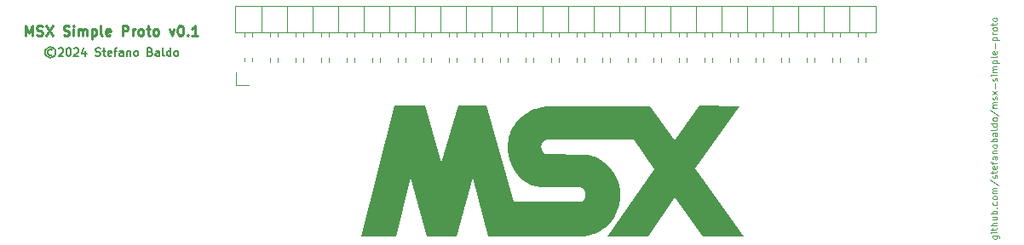
<source format=gbr>
%TF.GenerationSoftware,KiCad,Pcbnew,8.0.2-1*%
%TF.CreationDate,2024-07-05T22:17:39-03:00*%
%TF.ProjectId,msx-simple-proto,6d73782d-7369-46d7-906c-652d70726f74,0.1*%
%TF.SameCoordinates,Original*%
%TF.FileFunction,Legend,Top*%
%TF.FilePolarity,Positive*%
%FSLAX46Y46*%
G04 Gerber Fmt 4.6, Leading zero omitted, Abs format (unit mm)*
G04 Created by KiCad (PCBNEW 8.0.2-1) date 2024-07-05 22:17:39*
%MOMM*%
%LPD*%
G01*
G04 APERTURE LIST*
%ADD10C,0.000000*%
%ADD11C,0.100000*%
%ADD12C,0.200000*%
%ADD13C,0.250000*%
%ADD14C,0.120000*%
G04 APERTURE END LIST*
D10*
G36*
X146682513Y-115503292D02*
G01*
X148328892Y-109845731D01*
X151202574Y-109845731D01*
X153896650Y-119394736D01*
X160469769Y-119382336D01*
X160532554Y-119377632D01*
X160591511Y-119365129D01*
X160646608Y-119345347D01*
X160697813Y-119318808D01*
X160745091Y-119286033D01*
X160788412Y-119247544D01*
X160827742Y-119203862D01*
X160863049Y-119155509D01*
X160894301Y-119103005D01*
X160921463Y-119046873D01*
X160944505Y-118987633D01*
X160963393Y-118925807D01*
X160978095Y-118861917D01*
X160988577Y-118796483D01*
X160994809Y-118730027D01*
X160996756Y-118663071D01*
X160994387Y-118596135D01*
X160987668Y-118529742D01*
X160976567Y-118464412D01*
X160961052Y-118400667D01*
X160941090Y-118339028D01*
X160916648Y-118280017D01*
X160887694Y-118224155D01*
X160854195Y-118171964D01*
X160816118Y-118123964D01*
X160773431Y-118080677D01*
X160726102Y-118042624D01*
X160674097Y-118010328D01*
X160617384Y-117984308D01*
X160555930Y-117965087D01*
X160489704Y-117953186D01*
X160418671Y-117949127D01*
X156590727Y-117898026D01*
X156436417Y-117894297D01*
X156281931Y-117880276D01*
X156127619Y-117856182D01*
X155973830Y-117822236D01*
X155820913Y-117778659D01*
X155669217Y-117725671D01*
X155519092Y-117663493D01*
X155370887Y-117592345D01*
X155224951Y-117512448D01*
X155081633Y-117424022D01*
X154941283Y-117327287D01*
X154804250Y-117222465D01*
X154670883Y-117109775D01*
X154541531Y-116989439D01*
X154416544Y-116861675D01*
X154296271Y-116726706D01*
X154181061Y-116584752D01*
X154071263Y-116436032D01*
X153967227Y-116280768D01*
X153869301Y-116119180D01*
X153777836Y-115951489D01*
X153693180Y-115777914D01*
X153615682Y-115598677D01*
X153545693Y-115413998D01*
X153483560Y-115224097D01*
X153429634Y-115029196D01*
X153384264Y-114829513D01*
X153347798Y-114625271D01*
X153320586Y-114416689D01*
X153302977Y-114203987D01*
X153295321Y-113987387D01*
X153297967Y-113767109D01*
X153305069Y-113564831D01*
X153322921Y-113365486D01*
X153351277Y-113169305D01*
X153389889Y-112976515D01*
X153438511Y-112787345D01*
X153496897Y-112602025D01*
X153564798Y-112420782D01*
X153641970Y-112243847D01*
X153728164Y-112071448D01*
X153823134Y-111903813D01*
X153926633Y-111741171D01*
X154038415Y-111583752D01*
X154158232Y-111431784D01*
X154285838Y-111285495D01*
X154420986Y-111145116D01*
X154563429Y-111010874D01*
X154712921Y-110882998D01*
X154869214Y-110761717D01*
X155032062Y-110647261D01*
X155201218Y-110539858D01*
X155376436Y-110439736D01*
X155557468Y-110347124D01*
X155744067Y-110262252D01*
X155935988Y-110185349D01*
X156132982Y-110116642D01*
X156334804Y-110056361D01*
X156541207Y-110004735D01*
X156751943Y-109961992D01*
X156966766Y-109928362D01*
X157185429Y-109904072D01*
X157407685Y-109889353D01*
X157633288Y-109884433D01*
X167396967Y-109875665D01*
X169881505Y-113258228D01*
X172306171Y-109845731D01*
X176347286Y-109875665D01*
X171917029Y-116101975D01*
X176706498Y-122853197D01*
X172686550Y-122840797D01*
X169899042Y-118966889D01*
X167247297Y-122840797D01*
X163146313Y-122837165D01*
X167816047Y-116161844D01*
X165780523Y-113198359D01*
X157293119Y-113210758D01*
X157209091Y-113215709D01*
X157130672Y-113228611D01*
X157057845Y-113248928D01*
X156990593Y-113276121D01*
X156928897Y-113309655D01*
X156872741Y-113348992D01*
X156822108Y-113393595D01*
X156776980Y-113442927D01*
X156737339Y-113496450D01*
X156703169Y-113553628D01*
X156674452Y-113613924D01*
X156651171Y-113676800D01*
X156633309Y-113741720D01*
X156620847Y-113808146D01*
X156613769Y-113875541D01*
X156612058Y-113943368D01*
X156615696Y-114011091D01*
X156624666Y-114078171D01*
X156638951Y-114144072D01*
X156658532Y-114208257D01*
X156683393Y-114270188D01*
X156713517Y-114329329D01*
X156748887Y-114385143D01*
X156789484Y-114437091D01*
X156835291Y-114484639D01*
X156886292Y-114527247D01*
X156942469Y-114564379D01*
X157003804Y-114595499D01*
X157070280Y-114620068D01*
X157141881Y-114637550D01*
X157218588Y-114647408D01*
X157300384Y-114649104D01*
X160876453Y-114703837D01*
X161019867Y-114709306D01*
X161166385Y-114723796D01*
X161315494Y-114747183D01*
X161466682Y-114779341D01*
X161619437Y-114820148D01*
X161773245Y-114869477D01*
X161927595Y-114927206D01*
X162081974Y-114993208D01*
X162235870Y-115067361D01*
X162388769Y-115149540D01*
X162540161Y-115239619D01*
X162689531Y-115337476D01*
X162836369Y-115442985D01*
X162980161Y-115556022D01*
X163120395Y-115676463D01*
X163256558Y-115804183D01*
X163388138Y-115939058D01*
X163514623Y-116080964D01*
X163635500Y-116229775D01*
X163750257Y-116385368D01*
X163858381Y-116547619D01*
X163959359Y-116716403D01*
X164052680Y-116891595D01*
X164137831Y-117073071D01*
X164214300Y-117260707D01*
X164281573Y-117454379D01*
X164339139Y-117653961D01*
X164386485Y-117859330D01*
X164423098Y-118070361D01*
X164448467Y-118286930D01*
X164462079Y-118508912D01*
X164463421Y-118736183D01*
X164458117Y-118998898D01*
X164438353Y-119252573D01*
X164404845Y-119497241D01*
X164358313Y-119732933D01*
X164299474Y-119959682D01*
X164229046Y-120177520D01*
X164147748Y-120386480D01*
X164056298Y-120586595D01*
X163955413Y-120777895D01*
X163845812Y-120960414D01*
X163728214Y-121134185D01*
X163603336Y-121299238D01*
X163471896Y-121455608D01*
X163334612Y-121603325D01*
X163192203Y-121742423D01*
X163045387Y-121872934D01*
X162894882Y-121994890D01*
X162741406Y-122108323D01*
X162428413Y-122309751D01*
X162112155Y-122477477D01*
X161798375Y-122611760D01*
X161492819Y-122712858D01*
X161201232Y-122781030D01*
X160929359Y-122816534D01*
X160682945Y-122819631D01*
X151322312Y-122832030D01*
X149765734Y-117000000D01*
X148209156Y-122819631D01*
X145254439Y-122819631D01*
X143629226Y-117029935D01*
X142201152Y-122828399D01*
X138749954Y-122807232D01*
X142042714Y-109845731D01*
X145096001Y-109845731D01*
X146682513Y-115503292D01*
G37*
D11*
X201481919Y-122750877D02*
X202008109Y-122750877D01*
X202008109Y-122750877D02*
X202070014Y-122781830D01*
X202070014Y-122781830D02*
X202100966Y-122812782D01*
X202100966Y-122812782D02*
X202131919Y-122874687D01*
X202131919Y-122874687D02*
X202131919Y-122967544D01*
X202131919Y-122967544D02*
X202100966Y-123029449D01*
X201884300Y-122750877D02*
X201915252Y-122812782D01*
X201915252Y-122812782D02*
X201915252Y-122936591D01*
X201915252Y-122936591D02*
X201884300Y-122998496D01*
X201884300Y-122998496D02*
X201853347Y-123029449D01*
X201853347Y-123029449D02*
X201791442Y-123060401D01*
X201791442Y-123060401D02*
X201605728Y-123060401D01*
X201605728Y-123060401D02*
X201543823Y-123029449D01*
X201543823Y-123029449D02*
X201512871Y-122998496D01*
X201512871Y-122998496D02*
X201481919Y-122936591D01*
X201481919Y-122936591D02*
X201481919Y-122812782D01*
X201481919Y-122812782D02*
X201512871Y-122750877D01*
X201915252Y-122441354D02*
X201481919Y-122441354D01*
X201265252Y-122441354D02*
X201296204Y-122472306D01*
X201296204Y-122472306D02*
X201327157Y-122441354D01*
X201327157Y-122441354D02*
X201296204Y-122410401D01*
X201296204Y-122410401D02*
X201265252Y-122441354D01*
X201265252Y-122441354D02*
X201327157Y-122441354D01*
X201481919Y-122224687D02*
X201481919Y-121977068D01*
X201265252Y-122131830D02*
X201822395Y-122131830D01*
X201822395Y-122131830D02*
X201884300Y-122100877D01*
X201884300Y-122100877D02*
X201915252Y-122038972D01*
X201915252Y-122038972D02*
X201915252Y-121977068D01*
X201915252Y-121760401D02*
X201265252Y-121760401D01*
X201915252Y-121481829D02*
X201574776Y-121481829D01*
X201574776Y-121481829D02*
X201512871Y-121512782D01*
X201512871Y-121512782D02*
X201481919Y-121574686D01*
X201481919Y-121574686D02*
X201481919Y-121667543D01*
X201481919Y-121667543D02*
X201512871Y-121729448D01*
X201512871Y-121729448D02*
X201543823Y-121760401D01*
X201481919Y-120893734D02*
X201915252Y-120893734D01*
X201481919Y-121172306D02*
X201822395Y-121172306D01*
X201822395Y-121172306D02*
X201884300Y-121141353D01*
X201884300Y-121141353D02*
X201915252Y-121079448D01*
X201915252Y-121079448D02*
X201915252Y-120986591D01*
X201915252Y-120986591D02*
X201884300Y-120924687D01*
X201884300Y-120924687D02*
X201853347Y-120893734D01*
X201915252Y-120584211D02*
X201265252Y-120584211D01*
X201512871Y-120584211D02*
X201481919Y-120522306D01*
X201481919Y-120522306D02*
X201481919Y-120398496D01*
X201481919Y-120398496D02*
X201512871Y-120336592D01*
X201512871Y-120336592D02*
X201543823Y-120305639D01*
X201543823Y-120305639D02*
X201605728Y-120274687D01*
X201605728Y-120274687D02*
X201791442Y-120274687D01*
X201791442Y-120274687D02*
X201853347Y-120305639D01*
X201853347Y-120305639D02*
X201884300Y-120336592D01*
X201884300Y-120336592D02*
X201915252Y-120398496D01*
X201915252Y-120398496D02*
X201915252Y-120522306D01*
X201915252Y-120522306D02*
X201884300Y-120584211D01*
X201853347Y-119996116D02*
X201884300Y-119965163D01*
X201884300Y-119965163D02*
X201915252Y-119996116D01*
X201915252Y-119996116D02*
X201884300Y-120027068D01*
X201884300Y-120027068D02*
X201853347Y-119996116D01*
X201853347Y-119996116D02*
X201915252Y-119996116D01*
X201884300Y-119408020D02*
X201915252Y-119469925D01*
X201915252Y-119469925D02*
X201915252Y-119593734D01*
X201915252Y-119593734D02*
X201884300Y-119655639D01*
X201884300Y-119655639D02*
X201853347Y-119686592D01*
X201853347Y-119686592D02*
X201791442Y-119717544D01*
X201791442Y-119717544D02*
X201605728Y-119717544D01*
X201605728Y-119717544D02*
X201543823Y-119686592D01*
X201543823Y-119686592D02*
X201512871Y-119655639D01*
X201512871Y-119655639D02*
X201481919Y-119593734D01*
X201481919Y-119593734D02*
X201481919Y-119469925D01*
X201481919Y-119469925D02*
X201512871Y-119408020D01*
X201915252Y-119036591D02*
X201884300Y-119098496D01*
X201884300Y-119098496D02*
X201853347Y-119129449D01*
X201853347Y-119129449D02*
X201791442Y-119160401D01*
X201791442Y-119160401D02*
X201605728Y-119160401D01*
X201605728Y-119160401D02*
X201543823Y-119129449D01*
X201543823Y-119129449D02*
X201512871Y-119098496D01*
X201512871Y-119098496D02*
X201481919Y-119036591D01*
X201481919Y-119036591D02*
X201481919Y-118943734D01*
X201481919Y-118943734D02*
X201512871Y-118881830D01*
X201512871Y-118881830D02*
X201543823Y-118850877D01*
X201543823Y-118850877D02*
X201605728Y-118819925D01*
X201605728Y-118819925D02*
X201791442Y-118819925D01*
X201791442Y-118819925D02*
X201853347Y-118850877D01*
X201853347Y-118850877D02*
X201884300Y-118881830D01*
X201884300Y-118881830D02*
X201915252Y-118943734D01*
X201915252Y-118943734D02*
X201915252Y-119036591D01*
X201915252Y-118541354D02*
X201481919Y-118541354D01*
X201543823Y-118541354D02*
X201512871Y-118510401D01*
X201512871Y-118510401D02*
X201481919Y-118448496D01*
X201481919Y-118448496D02*
X201481919Y-118355639D01*
X201481919Y-118355639D02*
X201512871Y-118293735D01*
X201512871Y-118293735D02*
X201574776Y-118262782D01*
X201574776Y-118262782D02*
X201915252Y-118262782D01*
X201574776Y-118262782D02*
X201512871Y-118231830D01*
X201512871Y-118231830D02*
X201481919Y-118169925D01*
X201481919Y-118169925D02*
X201481919Y-118077068D01*
X201481919Y-118077068D02*
X201512871Y-118015163D01*
X201512871Y-118015163D02*
X201574776Y-117984211D01*
X201574776Y-117984211D02*
X201915252Y-117984211D01*
X201234300Y-117210401D02*
X202070014Y-117767544D01*
X201884300Y-117024687D02*
X201915252Y-116962782D01*
X201915252Y-116962782D02*
X201915252Y-116838973D01*
X201915252Y-116838973D02*
X201884300Y-116777068D01*
X201884300Y-116777068D02*
X201822395Y-116746116D01*
X201822395Y-116746116D02*
X201791442Y-116746116D01*
X201791442Y-116746116D02*
X201729538Y-116777068D01*
X201729538Y-116777068D02*
X201698585Y-116838973D01*
X201698585Y-116838973D02*
X201698585Y-116931830D01*
X201698585Y-116931830D02*
X201667633Y-116993735D01*
X201667633Y-116993735D02*
X201605728Y-117024687D01*
X201605728Y-117024687D02*
X201574776Y-117024687D01*
X201574776Y-117024687D02*
X201512871Y-116993735D01*
X201512871Y-116993735D02*
X201481919Y-116931830D01*
X201481919Y-116931830D02*
X201481919Y-116838973D01*
X201481919Y-116838973D02*
X201512871Y-116777068D01*
X201481919Y-116560402D02*
X201481919Y-116312783D01*
X201265252Y-116467545D02*
X201822395Y-116467545D01*
X201822395Y-116467545D02*
X201884300Y-116436592D01*
X201884300Y-116436592D02*
X201915252Y-116374687D01*
X201915252Y-116374687D02*
X201915252Y-116312783D01*
X201884300Y-115848497D02*
X201915252Y-115910401D01*
X201915252Y-115910401D02*
X201915252Y-116034211D01*
X201915252Y-116034211D02*
X201884300Y-116096116D01*
X201884300Y-116096116D02*
X201822395Y-116127068D01*
X201822395Y-116127068D02*
X201574776Y-116127068D01*
X201574776Y-116127068D02*
X201512871Y-116096116D01*
X201512871Y-116096116D02*
X201481919Y-116034211D01*
X201481919Y-116034211D02*
X201481919Y-115910401D01*
X201481919Y-115910401D02*
X201512871Y-115848497D01*
X201512871Y-115848497D02*
X201574776Y-115817544D01*
X201574776Y-115817544D02*
X201636680Y-115817544D01*
X201636680Y-115817544D02*
X201698585Y-116127068D01*
X201481919Y-115631830D02*
X201481919Y-115384211D01*
X201915252Y-115538973D02*
X201358109Y-115538973D01*
X201358109Y-115538973D02*
X201296204Y-115508020D01*
X201296204Y-115508020D02*
X201265252Y-115446115D01*
X201265252Y-115446115D02*
X201265252Y-115384211D01*
X201915252Y-114888972D02*
X201574776Y-114888972D01*
X201574776Y-114888972D02*
X201512871Y-114919925D01*
X201512871Y-114919925D02*
X201481919Y-114981829D01*
X201481919Y-114981829D02*
X201481919Y-115105639D01*
X201481919Y-115105639D02*
X201512871Y-115167544D01*
X201884300Y-114888972D02*
X201915252Y-114950877D01*
X201915252Y-114950877D02*
X201915252Y-115105639D01*
X201915252Y-115105639D02*
X201884300Y-115167544D01*
X201884300Y-115167544D02*
X201822395Y-115198496D01*
X201822395Y-115198496D02*
X201760490Y-115198496D01*
X201760490Y-115198496D02*
X201698585Y-115167544D01*
X201698585Y-115167544D02*
X201667633Y-115105639D01*
X201667633Y-115105639D02*
X201667633Y-114950877D01*
X201667633Y-114950877D02*
X201636680Y-114888972D01*
X201481919Y-114579449D02*
X201915252Y-114579449D01*
X201543823Y-114579449D02*
X201512871Y-114548496D01*
X201512871Y-114548496D02*
X201481919Y-114486591D01*
X201481919Y-114486591D02*
X201481919Y-114393734D01*
X201481919Y-114393734D02*
X201512871Y-114331830D01*
X201512871Y-114331830D02*
X201574776Y-114300877D01*
X201574776Y-114300877D02*
X201915252Y-114300877D01*
X201915252Y-113898496D02*
X201884300Y-113960401D01*
X201884300Y-113960401D02*
X201853347Y-113991354D01*
X201853347Y-113991354D02*
X201791442Y-114022306D01*
X201791442Y-114022306D02*
X201605728Y-114022306D01*
X201605728Y-114022306D02*
X201543823Y-113991354D01*
X201543823Y-113991354D02*
X201512871Y-113960401D01*
X201512871Y-113960401D02*
X201481919Y-113898496D01*
X201481919Y-113898496D02*
X201481919Y-113805639D01*
X201481919Y-113805639D02*
X201512871Y-113743735D01*
X201512871Y-113743735D02*
X201543823Y-113712782D01*
X201543823Y-113712782D02*
X201605728Y-113681830D01*
X201605728Y-113681830D02*
X201791442Y-113681830D01*
X201791442Y-113681830D02*
X201853347Y-113712782D01*
X201853347Y-113712782D02*
X201884300Y-113743735D01*
X201884300Y-113743735D02*
X201915252Y-113805639D01*
X201915252Y-113805639D02*
X201915252Y-113898496D01*
X201915252Y-113403259D02*
X201265252Y-113403259D01*
X201512871Y-113403259D02*
X201481919Y-113341354D01*
X201481919Y-113341354D02*
X201481919Y-113217544D01*
X201481919Y-113217544D02*
X201512871Y-113155640D01*
X201512871Y-113155640D02*
X201543823Y-113124687D01*
X201543823Y-113124687D02*
X201605728Y-113093735D01*
X201605728Y-113093735D02*
X201791442Y-113093735D01*
X201791442Y-113093735D02*
X201853347Y-113124687D01*
X201853347Y-113124687D02*
X201884300Y-113155640D01*
X201884300Y-113155640D02*
X201915252Y-113217544D01*
X201915252Y-113217544D02*
X201915252Y-113341354D01*
X201915252Y-113341354D02*
X201884300Y-113403259D01*
X201915252Y-112536592D02*
X201574776Y-112536592D01*
X201574776Y-112536592D02*
X201512871Y-112567545D01*
X201512871Y-112567545D02*
X201481919Y-112629449D01*
X201481919Y-112629449D02*
X201481919Y-112753259D01*
X201481919Y-112753259D02*
X201512871Y-112815164D01*
X201884300Y-112536592D02*
X201915252Y-112598497D01*
X201915252Y-112598497D02*
X201915252Y-112753259D01*
X201915252Y-112753259D02*
X201884300Y-112815164D01*
X201884300Y-112815164D02*
X201822395Y-112846116D01*
X201822395Y-112846116D02*
X201760490Y-112846116D01*
X201760490Y-112846116D02*
X201698585Y-112815164D01*
X201698585Y-112815164D02*
X201667633Y-112753259D01*
X201667633Y-112753259D02*
X201667633Y-112598497D01*
X201667633Y-112598497D02*
X201636680Y-112536592D01*
X201915252Y-112134211D02*
X201884300Y-112196116D01*
X201884300Y-112196116D02*
X201822395Y-112227069D01*
X201822395Y-112227069D02*
X201265252Y-112227069D01*
X201915252Y-111608021D02*
X201265252Y-111608021D01*
X201884300Y-111608021D02*
X201915252Y-111669926D01*
X201915252Y-111669926D02*
X201915252Y-111793735D01*
X201915252Y-111793735D02*
X201884300Y-111855640D01*
X201884300Y-111855640D02*
X201853347Y-111886593D01*
X201853347Y-111886593D02*
X201791442Y-111917545D01*
X201791442Y-111917545D02*
X201605728Y-111917545D01*
X201605728Y-111917545D02*
X201543823Y-111886593D01*
X201543823Y-111886593D02*
X201512871Y-111855640D01*
X201512871Y-111855640D02*
X201481919Y-111793735D01*
X201481919Y-111793735D02*
X201481919Y-111669926D01*
X201481919Y-111669926D02*
X201512871Y-111608021D01*
X201915252Y-111205640D02*
X201884300Y-111267545D01*
X201884300Y-111267545D02*
X201853347Y-111298498D01*
X201853347Y-111298498D02*
X201791442Y-111329450D01*
X201791442Y-111329450D02*
X201605728Y-111329450D01*
X201605728Y-111329450D02*
X201543823Y-111298498D01*
X201543823Y-111298498D02*
X201512871Y-111267545D01*
X201512871Y-111267545D02*
X201481919Y-111205640D01*
X201481919Y-111205640D02*
X201481919Y-111112783D01*
X201481919Y-111112783D02*
X201512871Y-111050879D01*
X201512871Y-111050879D02*
X201543823Y-111019926D01*
X201543823Y-111019926D02*
X201605728Y-110988974D01*
X201605728Y-110988974D02*
X201791442Y-110988974D01*
X201791442Y-110988974D02*
X201853347Y-111019926D01*
X201853347Y-111019926D02*
X201884300Y-111050879D01*
X201884300Y-111050879D02*
X201915252Y-111112783D01*
X201915252Y-111112783D02*
X201915252Y-111205640D01*
X201234300Y-110246117D02*
X202070014Y-110803260D01*
X201915252Y-110029451D02*
X201481919Y-110029451D01*
X201543823Y-110029451D02*
X201512871Y-109998498D01*
X201512871Y-109998498D02*
X201481919Y-109936593D01*
X201481919Y-109936593D02*
X201481919Y-109843736D01*
X201481919Y-109843736D02*
X201512871Y-109781832D01*
X201512871Y-109781832D02*
X201574776Y-109750879D01*
X201574776Y-109750879D02*
X201915252Y-109750879D01*
X201574776Y-109750879D02*
X201512871Y-109719927D01*
X201512871Y-109719927D02*
X201481919Y-109658022D01*
X201481919Y-109658022D02*
X201481919Y-109565165D01*
X201481919Y-109565165D02*
X201512871Y-109503260D01*
X201512871Y-109503260D02*
X201574776Y-109472308D01*
X201574776Y-109472308D02*
X201915252Y-109472308D01*
X201884300Y-109193736D02*
X201915252Y-109131831D01*
X201915252Y-109131831D02*
X201915252Y-109008022D01*
X201915252Y-109008022D02*
X201884300Y-108946117D01*
X201884300Y-108946117D02*
X201822395Y-108915165D01*
X201822395Y-108915165D02*
X201791442Y-108915165D01*
X201791442Y-108915165D02*
X201729538Y-108946117D01*
X201729538Y-108946117D02*
X201698585Y-109008022D01*
X201698585Y-109008022D02*
X201698585Y-109100879D01*
X201698585Y-109100879D02*
X201667633Y-109162784D01*
X201667633Y-109162784D02*
X201605728Y-109193736D01*
X201605728Y-109193736D02*
X201574776Y-109193736D01*
X201574776Y-109193736D02*
X201512871Y-109162784D01*
X201512871Y-109162784D02*
X201481919Y-109100879D01*
X201481919Y-109100879D02*
X201481919Y-109008022D01*
X201481919Y-109008022D02*
X201512871Y-108946117D01*
X201915252Y-108698498D02*
X201481919Y-108358022D01*
X201481919Y-108698498D02*
X201915252Y-108358022D01*
X201667633Y-108110404D02*
X201667633Y-107615166D01*
X201884300Y-107336594D02*
X201915252Y-107274689D01*
X201915252Y-107274689D02*
X201915252Y-107150880D01*
X201915252Y-107150880D02*
X201884300Y-107088975D01*
X201884300Y-107088975D02*
X201822395Y-107058023D01*
X201822395Y-107058023D02*
X201791442Y-107058023D01*
X201791442Y-107058023D02*
X201729538Y-107088975D01*
X201729538Y-107088975D02*
X201698585Y-107150880D01*
X201698585Y-107150880D02*
X201698585Y-107243737D01*
X201698585Y-107243737D02*
X201667633Y-107305642D01*
X201667633Y-107305642D02*
X201605728Y-107336594D01*
X201605728Y-107336594D02*
X201574776Y-107336594D01*
X201574776Y-107336594D02*
X201512871Y-107305642D01*
X201512871Y-107305642D02*
X201481919Y-107243737D01*
X201481919Y-107243737D02*
X201481919Y-107150880D01*
X201481919Y-107150880D02*
X201512871Y-107088975D01*
X201915252Y-106779452D02*
X201481919Y-106779452D01*
X201265252Y-106779452D02*
X201296204Y-106810404D01*
X201296204Y-106810404D02*
X201327157Y-106779452D01*
X201327157Y-106779452D02*
X201296204Y-106748499D01*
X201296204Y-106748499D02*
X201265252Y-106779452D01*
X201265252Y-106779452D02*
X201327157Y-106779452D01*
X201915252Y-106469928D02*
X201481919Y-106469928D01*
X201543823Y-106469928D02*
X201512871Y-106438975D01*
X201512871Y-106438975D02*
X201481919Y-106377070D01*
X201481919Y-106377070D02*
X201481919Y-106284213D01*
X201481919Y-106284213D02*
X201512871Y-106222309D01*
X201512871Y-106222309D02*
X201574776Y-106191356D01*
X201574776Y-106191356D02*
X201915252Y-106191356D01*
X201574776Y-106191356D02*
X201512871Y-106160404D01*
X201512871Y-106160404D02*
X201481919Y-106098499D01*
X201481919Y-106098499D02*
X201481919Y-106005642D01*
X201481919Y-106005642D02*
X201512871Y-105943737D01*
X201512871Y-105943737D02*
X201574776Y-105912785D01*
X201574776Y-105912785D02*
X201915252Y-105912785D01*
X201481919Y-105603261D02*
X202131919Y-105603261D01*
X201512871Y-105603261D02*
X201481919Y-105541356D01*
X201481919Y-105541356D02*
X201481919Y-105417546D01*
X201481919Y-105417546D02*
X201512871Y-105355642D01*
X201512871Y-105355642D02*
X201543823Y-105324689D01*
X201543823Y-105324689D02*
X201605728Y-105293737D01*
X201605728Y-105293737D02*
X201791442Y-105293737D01*
X201791442Y-105293737D02*
X201853347Y-105324689D01*
X201853347Y-105324689D02*
X201884300Y-105355642D01*
X201884300Y-105355642D02*
X201915252Y-105417546D01*
X201915252Y-105417546D02*
X201915252Y-105541356D01*
X201915252Y-105541356D02*
X201884300Y-105603261D01*
X201915252Y-104922308D02*
X201884300Y-104984213D01*
X201884300Y-104984213D02*
X201822395Y-105015166D01*
X201822395Y-105015166D02*
X201265252Y-105015166D01*
X201884300Y-104427071D02*
X201915252Y-104488975D01*
X201915252Y-104488975D02*
X201915252Y-104612785D01*
X201915252Y-104612785D02*
X201884300Y-104674690D01*
X201884300Y-104674690D02*
X201822395Y-104705642D01*
X201822395Y-104705642D02*
X201574776Y-104705642D01*
X201574776Y-104705642D02*
X201512871Y-104674690D01*
X201512871Y-104674690D02*
X201481919Y-104612785D01*
X201481919Y-104612785D02*
X201481919Y-104488975D01*
X201481919Y-104488975D02*
X201512871Y-104427071D01*
X201512871Y-104427071D02*
X201574776Y-104396118D01*
X201574776Y-104396118D02*
X201636680Y-104396118D01*
X201636680Y-104396118D02*
X201698585Y-104705642D01*
X201667633Y-104117547D02*
X201667633Y-103622309D01*
X201481919Y-103312785D02*
X202131919Y-103312785D01*
X201512871Y-103312785D02*
X201481919Y-103250880D01*
X201481919Y-103250880D02*
X201481919Y-103127070D01*
X201481919Y-103127070D02*
X201512871Y-103065166D01*
X201512871Y-103065166D02*
X201543823Y-103034213D01*
X201543823Y-103034213D02*
X201605728Y-103003261D01*
X201605728Y-103003261D02*
X201791442Y-103003261D01*
X201791442Y-103003261D02*
X201853347Y-103034213D01*
X201853347Y-103034213D02*
X201884300Y-103065166D01*
X201884300Y-103065166D02*
X201915252Y-103127070D01*
X201915252Y-103127070D02*
X201915252Y-103250880D01*
X201915252Y-103250880D02*
X201884300Y-103312785D01*
X201915252Y-102724690D02*
X201481919Y-102724690D01*
X201605728Y-102724690D02*
X201543823Y-102693737D01*
X201543823Y-102693737D02*
X201512871Y-102662785D01*
X201512871Y-102662785D02*
X201481919Y-102600880D01*
X201481919Y-102600880D02*
X201481919Y-102538975D01*
X201915252Y-102229451D02*
X201884300Y-102291356D01*
X201884300Y-102291356D02*
X201853347Y-102322309D01*
X201853347Y-102322309D02*
X201791442Y-102353261D01*
X201791442Y-102353261D02*
X201605728Y-102353261D01*
X201605728Y-102353261D02*
X201543823Y-102322309D01*
X201543823Y-102322309D02*
X201512871Y-102291356D01*
X201512871Y-102291356D02*
X201481919Y-102229451D01*
X201481919Y-102229451D02*
X201481919Y-102136594D01*
X201481919Y-102136594D02*
X201512871Y-102074690D01*
X201512871Y-102074690D02*
X201543823Y-102043737D01*
X201543823Y-102043737D02*
X201605728Y-102012785D01*
X201605728Y-102012785D02*
X201791442Y-102012785D01*
X201791442Y-102012785D02*
X201853347Y-102043737D01*
X201853347Y-102043737D02*
X201884300Y-102074690D01*
X201884300Y-102074690D02*
X201915252Y-102136594D01*
X201915252Y-102136594D02*
X201915252Y-102229451D01*
X201481919Y-101827071D02*
X201481919Y-101579452D01*
X201265252Y-101734214D02*
X201822395Y-101734214D01*
X201822395Y-101734214D02*
X201884300Y-101703261D01*
X201884300Y-101703261D02*
X201915252Y-101641356D01*
X201915252Y-101641356D02*
X201915252Y-101579452D01*
X201915252Y-101269927D02*
X201884300Y-101331832D01*
X201884300Y-101331832D02*
X201853347Y-101362785D01*
X201853347Y-101362785D02*
X201791442Y-101393737D01*
X201791442Y-101393737D02*
X201605728Y-101393737D01*
X201605728Y-101393737D02*
X201543823Y-101362785D01*
X201543823Y-101362785D02*
X201512871Y-101331832D01*
X201512871Y-101331832D02*
X201481919Y-101269927D01*
X201481919Y-101269927D02*
X201481919Y-101177070D01*
X201481919Y-101177070D02*
X201512871Y-101115166D01*
X201512871Y-101115166D02*
X201543823Y-101084213D01*
X201543823Y-101084213D02*
X201605728Y-101053261D01*
X201605728Y-101053261D02*
X201791442Y-101053261D01*
X201791442Y-101053261D02*
X201853347Y-101084213D01*
X201853347Y-101084213D02*
X201884300Y-101115166D01*
X201884300Y-101115166D02*
X201915252Y-101177070D01*
X201915252Y-101177070D02*
X201915252Y-101269927D01*
D12*
X107969673Y-104282171D02*
X107893482Y-104244076D01*
X107893482Y-104244076D02*
X107741101Y-104244076D01*
X107741101Y-104244076D02*
X107664911Y-104282171D01*
X107664911Y-104282171D02*
X107588720Y-104358361D01*
X107588720Y-104358361D02*
X107550625Y-104434552D01*
X107550625Y-104434552D02*
X107550625Y-104586933D01*
X107550625Y-104586933D02*
X107588720Y-104663123D01*
X107588720Y-104663123D02*
X107664911Y-104739314D01*
X107664911Y-104739314D02*
X107741101Y-104777409D01*
X107741101Y-104777409D02*
X107893482Y-104777409D01*
X107893482Y-104777409D02*
X107969673Y-104739314D01*
X107817292Y-103977409D02*
X107626816Y-104015504D01*
X107626816Y-104015504D02*
X107436339Y-104129790D01*
X107436339Y-104129790D02*
X107322054Y-104320266D01*
X107322054Y-104320266D02*
X107283958Y-104510742D01*
X107283958Y-104510742D02*
X107322054Y-104701219D01*
X107322054Y-104701219D02*
X107436339Y-104891695D01*
X107436339Y-104891695D02*
X107626816Y-105005980D01*
X107626816Y-105005980D02*
X107817292Y-105044076D01*
X107817292Y-105044076D02*
X108007768Y-105005980D01*
X108007768Y-105005980D02*
X108198244Y-104891695D01*
X108198244Y-104891695D02*
X108312530Y-104701219D01*
X108312530Y-104701219D02*
X108350625Y-104510742D01*
X108350625Y-104510742D02*
X108312530Y-104320266D01*
X108312530Y-104320266D02*
X108198244Y-104129790D01*
X108198244Y-104129790D02*
X108007768Y-104015504D01*
X108007768Y-104015504D02*
X107817292Y-103977409D01*
X108655387Y-104167885D02*
X108693483Y-104129790D01*
X108693483Y-104129790D02*
X108769673Y-104091695D01*
X108769673Y-104091695D02*
X108960149Y-104091695D01*
X108960149Y-104091695D02*
X109036340Y-104129790D01*
X109036340Y-104129790D02*
X109074435Y-104167885D01*
X109074435Y-104167885D02*
X109112530Y-104244076D01*
X109112530Y-104244076D02*
X109112530Y-104320266D01*
X109112530Y-104320266D02*
X109074435Y-104434552D01*
X109074435Y-104434552D02*
X108617292Y-104891695D01*
X108617292Y-104891695D02*
X109112530Y-104891695D01*
X109607769Y-104091695D02*
X109683959Y-104091695D01*
X109683959Y-104091695D02*
X109760150Y-104129790D01*
X109760150Y-104129790D02*
X109798245Y-104167885D01*
X109798245Y-104167885D02*
X109836340Y-104244076D01*
X109836340Y-104244076D02*
X109874435Y-104396457D01*
X109874435Y-104396457D02*
X109874435Y-104586933D01*
X109874435Y-104586933D02*
X109836340Y-104739314D01*
X109836340Y-104739314D02*
X109798245Y-104815504D01*
X109798245Y-104815504D02*
X109760150Y-104853600D01*
X109760150Y-104853600D02*
X109683959Y-104891695D01*
X109683959Y-104891695D02*
X109607769Y-104891695D01*
X109607769Y-104891695D02*
X109531578Y-104853600D01*
X109531578Y-104853600D02*
X109493483Y-104815504D01*
X109493483Y-104815504D02*
X109455388Y-104739314D01*
X109455388Y-104739314D02*
X109417292Y-104586933D01*
X109417292Y-104586933D02*
X109417292Y-104396457D01*
X109417292Y-104396457D02*
X109455388Y-104244076D01*
X109455388Y-104244076D02*
X109493483Y-104167885D01*
X109493483Y-104167885D02*
X109531578Y-104129790D01*
X109531578Y-104129790D02*
X109607769Y-104091695D01*
X110179197Y-104167885D02*
X110217293Y-104129790D01*
X110217293Y-104129790D02*
X110293483Y-104091695D01*
X110293483Y-104091695D02*
X110483959Y-104091695D01*
X110483959Y-104091695D02*
X110560150Y-104129790D01*
X110560150Y-104129790D02*
X110598245Y-104167885D01*
X110598245Y-104167885D02*
X110636340Y-104244076D01*
X110636340Y-104244076D02*
X110636340Y-104320266D01*
X110636340Y-104320266D02*
X110598245Y-104434552D01*
X110598245Y-104434552D02*
X110141102Y-104891695D01*
X110141102Y-104891695D02*
X110636340Y-104891695D01*
X111322055Y-104358361D02*
X111322055Y-104891695D01*
X111131579Y-104053600D02*
X110941102Y-104625028D01*
X110941102Y-104625028D02*
X111436341Y-104625028D01*
X112312531Y-104853600D02*
X112426817Y-104891695D01*
X112426817Y-104891695D02*
X112617293Y-104891695D01*
X112617293Y-104891695D02*
X112693484Y-104853600D01*
X112693484Y-104853600D02*
X112731579Y-104815504D01*
X112731579Y-104815504D02*
X112769674Y-104739314D01*
X112769674Y-104739314D02*
X112769674Y-104663123D01*
X112769674Y-104663123D02*
X112731579Y-104586933D01*
X112731579Y-104586933D02*
X112693484Y-104548838D01*
X112693484Y-104548838D02*
X112617293Y-104510742D01*
X112617293Y-104510742D02*
X112464912Y-104472647D01*
X112464912Y-104472647D02*
X112388722Y-104434552D01*
X112388722Y-104434552D02*
X112350627Y-104396457D01*
X112350627Y-104396457D02*
X112312531Y-104320266D01*
X112312531Y-104320266D02*
X112312531Y-104244076D01*
X112312531Y-104244076D02*
X112350627Y-104167885D01*
X112350627Y-104167885D02*
X112388722Y-104129790D01*
X112388722Y-104129790D02*
X112464912Y-104091695D01*
X112464912Y-104091695D02*
X112655389Y-104091695D01*
X112655389Y-104091695D02*
X112769674Y-104129790D01*
X112998246Y-104358361D02*
X113303008Y-104358361D01*
X113112532Y-104091695D02*
X113112532Y-104777409D01*
X113112532Y-104777409D02*
X113150627Y-104853600D01*
X113150627Y-104853600D02*
X113226817Y-104891695D01*
X113226817Y-104891695D02*
X113303008Y-104891695D01*
X113874437Y-104853600D02*
X113798246Y-104891695D01*
X113798246Y-104891695D02*
X113645865Y-104891695D01*
X113645865Y-104891695D02*
X113569675Y-104853600D01*
X113569675Y-104853600D02*
X113531579Y-104777409D01*
X113531579Y-104777409D02*
X113531579Y-104472647D01*
X113531579Y-104472647D02*
X113569675Y-104396457D01*
X113569675Y-104396457D02*
X113645865Y-104358361D01*
X113645865Y-104358361D02*
X113798246Y-104358361D01*
X113798246Y-104358361D02*
X113874437Y-104396457D01*
X113874437Y-104396457D02*
X113912532Y-104472647D01*
X113912532Y-104472647D02*
X113912532Y-104548838D01*
X113912532Y-104548838D02*
X113531579Y-104625028D01*
X114141103Y-104358361D02*
X114445865Y-104358361D01*
X114255389Y-104891695D02*
X114255389Y-104205980D01*
X114255389Y-104205980D02*
X114293484Y-104129790D01*
X114293484Y-104129790D02*
X114369674Y-104091695D01*
X114369674Y-104091695D02*
X114445865Y-104091695D01*
X115055389Y-104891695D02*
X115055389Y-104472647D01*
X115055389Y-104472647D02*
X115017294Y-104396457D01*
X115017294Y-104396457D02*
X114941103Y-104358361D01*
X114941103Y-104358361D02*
X114788722Y-104358361D01*
X114788722Y-104358361D02*
X114712532Y-104396457D01*
X115055389Y-104853600D02*
X114979198Y-104891695D01*
X114979198Y-104891695D02*
X114788722Y-104891695D01*
X114788722Y-104891695D02*
X114712532Y-104853600D01*
X114712532Y-104853600D02*
X114674436Y-104777409D01*
X114674436Y-104777409D02*
X114674436Y-104701219D01*
X114674436Y-104701219D02*
X114712532Y-104625028D01*
X114712532Y-104625028D02*
X114788722Y-104586933D01*
X114788722Y-104586933D02*
X114979198Y-104586933D01*
X114979198Y-104586933D02*
X115055389Y-104548838D01*
X115436342Y-104358361D02*
X115436342Y-104891695D01*
X115436342Y-104434552D02*
X115474437Y-104396457D01*
X115474437Y-104396457D02*
X115550627Y-104358361D01*
X115550627Y-104358361D02*
X115664913Y-104358361D01*
X115664913Y-104358361D02*
X115741104Y-104396457D01*
X115741104Y-104396457D02*
X115779199Y-104472647D01*
X115779199Y-104472647D02*
X115779199Y-104891695D01*
X116274437Y-104891695D02*
X116198247Y-104853600D01*
X116198247Y-104853600D02*
X116160152Y-104815504D01*
X116160152Y-104815504D02*
X116122056Y-104739314D01*
X116122056Y-104739314D02*
X116122056Y-104510742D01*
X116122056Y-104510742D02*
X116160152Y-104434552D01*
X116160152Y-104434552D02*
X116198247Y-104396457D01*
X116198247Y-104396457D02*
X116274437Y-104358361D01*
X116274437Y-104358361D02*
X116388723Y-104358361D01*
X116388723Y-104358361D02*
X116464914Y-104396457D01*
X116464914Y-104396457D02*
X116503009Y-104434552D01*
X116503009Y-104434552D02*
X116541104Y-104510742D01*
X116541104Y-104510742D02*
X116541104Y-104739314D01*
X116541104Y-104739314D02*
X116503009Y-104815504D01*
X116503009Y-104815504D02*
X116464914Y-104853600D01*
X116464914Y-104853600D02*
X116388723Y-104891695D01*
X116388723Y-104891695D02*
X116274437Y-104891695D01*
X117760152Y-104472647D02*
X117874438Y-104510742D01*
X117874438Y-104510742D02*
X117912533Y-104548838D01*
X117912533Y-104548838D02*
X117950629Y-104625028D01*
X117950629Y-104625028D02*
X117950629Y-104739314D01*
X117950629Y-104739314D02*
X117912533Y-104815504D01*
X117912533Y-104815504D02*
X117874438Y-104853600D01*
X117874438Y-104853600D02*
X117798248Y-104891695D01*
X117798248Y-104891695D02*
X117493486Y-104891695D01*
X117493486Y-104891695D02*
X117493486Y-104091695D01*
X117493486Y-104091695D02*
X117760152Y-104091695D01*
X117760152Y-104091695D02*
X117836343Y-104129790D01*
X117836343Y-104129790D02*
X117874438Y-104167885D01*
X117874438Y-104167885D02*
X117912533Y-104244076D01*
X117912533Y-104244076D02*
X117912533Y-104320266D01*
X117912533Y-104320266D02*
X117874438Y-104396457D01*
X117874438Y-104396457D02*
X117836343Y-104434552D01*
X117836343Y-104434552D02*
X117760152Y-104472647D01*
X117760152Y-104472647D02*
X117493486Y-104472647D01*
X118636343Y-104891695D02*
X118636343Y-104472647D01*
X118636343Y-104472647D02*
X118598248Y-104396457D01*
X118598248Y-104396457D02*
X118522057Y-104358361D01*
X118522057Y-104358361D02*
X118369676Y-104358361D01*
X118369676Y-104358361D02*
X118293486Y-104396457D01*
X118636343Y-104853600D02*
X118560152Y-104891695D01*
X118560152Y-104891695D02*
X118369676Y-104891695D01*
X118369676Y-104891695D02*
X118293486Y-104853600D01*
X118293486Y-104853600D02*
X118255390Y-104777409D01*
X118255390Y-104777409D02*
X118255390Y-104701219D01*
X118255390Y-104701219D02*
X118293486Y-104625028D01*
X118293486Y-104625028D02*
X118369676Y-104586933D01*
X118369676Y-104586933D02*
X118560152Y-104586933D01*
X118560152Y-104586933D02*
X118636343Y-104548838D01*
X119131581Y-104891695D02*
X119055391Y-104853600D01*
X119055391Y-104853600D02*
X119017296Y-104777409D01*
X119017296Y-104777409D02*
X119017296Y-104091695D01*
X119779201Y-104891695D02*
X119779201Y-104091695D01*
X119779201Y-104853600D02*
X119703010Y-104891695D01*
X119703010Y-104891695D02*
X119550629Y-104891695D01*
X119550629Y-104891695D02*
X119474439Y-104853600D01*
X119474439Y-104853600D02*
X119436344Y-104815504D01*
X119436344Y-104815504D02*
X119398248Y-104739314D01*
X119398248Y-104739314D02*
X119398248Y-104510742D01*
X119398248Y-104510742D02*
X119436344Y-104434552D01*
X119436344Y-104434552D02*
X119474439Y-104396457D01*
X119474439Y-104396457D02*
X119550629Y-104358361D01*
X119550629Y-104358361D02*
X119703010Y-104358361D01*
X119703010Y-104358361D02*
X119779201Y-104396457D01*
X120274439Y-104891695D02*
X120198249Y-104853600D01*
X120198249Y-104853600D02*
X120160154Y-104815504D01*
X120160154Y-104815504D02*
X120122058Y-104739314D01*
X120122058Y-104739314D02*
X120122058Y-104510742D01*
X120122058Y-104510742D02*
X120160154Y-104434552D01*
X120160154Y-104434552D02*
X120198249Y-104396457D01*
X120198249Y-104396457D02*
X120274439Y-104358361D01*
X120274439Y-104358361D02*
X120388725Y-104358361D01*
X120388725Y-104358361D02*
X120464916Y-104396457D01*
X120464916Y-104396457D02*
X120503011Y-104434552D01*
X120503011Y-104434552D02*
X120541106Y-104510742D01*
X120541106Y-104510742D02*
X120541106Y-104739314D01*
X120541106Y-104739314D02*
X120503011Y-104815504D01*
X120503011Y-104815504D02*
X120464916Y-104853600D01*
X120464916Y-104853600D02*
X120388725Y-104891695D01*
X120388725Y-104891695D02*
X120274439Y-104891695D01*
D13*
X105366618Y-102864619D02*
X105366618Y-101864619D01*
X105366618Y-101864619D02*
X105699951Y-102578904D01*
X105699951Y-102578904D02*
X106033284Y-101864619D01*
X106033284Y-101864619D02*
X106033284Y-102864619D01*
X106461856Y-102817000D02*
X106604713Y-102864619D01*
X106604713Y-102864619D02*
X106842808Y-102864619D01*
X106842808Y-102864619D02*
X106938046Y-102817000D01*
X106938046Y-102817000D02*
X106985665Y-102769380D01*
X106985665Y-102769380D02*
X107033284Y-102674142D01*
X107033284Y-102674142D02*
X107033284Y-102578904D01*
X107033284Y-102578904D02*
X106985665Y-102483666D01*
X106985665Y-102483666D02*
X106938046Y-102436047D01*
X106938046Y-102436047D02*
X106842808Y-102388428D01*
X106842808Y-102388428D02*
X106652332Y-102340809D01*
X106652332Y-102340809D02*
X106557094Y-102293190D01*
X106557094Y-102293190D02*
X106509475Y-102245571D01*
X106509475Y-102245571D02*
X106461856Y-102150333D01*
X106461856Y-102150333D02*
X106461856Y-102055095D01*
X106461856Y-102055095D02*
X106509475Y-101959857D01*
X106509475Y-101959857D02*
X106557094Y-101912238D01*
X106557094Y-101912238D02*
X106652332Y-101864619D01*
X106652332Y-101864619D02*
X106890427Y-101864619D01*
X106890427Y-101864619D02*
X107033284Y-101912238D01*
X107366618Y-101864619D02*
X108033284Y-102864619D01*
X108033284Y-101864619D02*
X107366618Y-102864619D01*
X109128523Y-102817000D02*
X109271380Y-102864619D01*
X109271380Y-102864619D02*
X109509475Y-102864619D01*
X109509475Y-102864619D02*
X109604713Y-102817000D01*
X109604713Y-102817000D02*
X109652332Y-102769380D01*
X109652332Y-102769380D02*
X109699951Y-102674142D01*
X109699951Y-102674142D02*
X109699951Y-102578904D01*
X109699951Y-102578904D02*
X109652332Y-102483666D01*
X109652332Y-102483666D02*
X109604713Y-102436047D01*
X109604713Y-102436047D02*
X109509475Y-102388428D01*
X109509475Y-102388428D02*
X109318999Y-102340809D01*
X109318999Y-102340809D02*
X109223761Y-102293190D01*
X109223761Y-102293190D02*
X109176142Y-102245571D01*
X109176142Y-102245571D02*
X109128523Y-102150333D01*
X109128523Y-102150333D02*
X109128523Y-102055095D01*
X109128523Y-102055095D02*
X109176142Y-101959857D01*
X109176142Y-101959857D02*
X109223761Y-101912238D01*
X109223761Y-101912238D02*
X109318999Y-101864619D01*
X109318999Y-101864619D02*
X109557094Y-101864619D01*
X109557094Y-101864619D02*
X109699951Y-101912238D01*
X110128523Y-102864619D02*
X110128523Y-102197952D01*
X110128523Y-101864619D02*
X110080904Y-101912238D01*
X110080904Y-101912238D02*
X110128523Y-101959857D01*
X110128523Y-101959857D02*
X110176142Y-101912238D01*
X110176142Y-101912238D02*
X110128523Y-101864619D01*
X110128523Y-101864619D02*
X110128523Y-101959857D01*
X110604713Y-102864619D02*
X110604713Y-102197952D01*
X110604713Y-102293190D02*
X110652332Y-102245571D01*
X110652332Y-102245571D02*
X110747570Y-102197952D01*
X110747570Y-102197952D02*
X110890427Y-102197952D01*
X110890427Y-102197952D02*
X110985665Y-102245571D01*
X110985665Y-102245571D02*
X111033284Y-102340809D01*
X111033284Y-102340809D02*
X111033284Y-102864619D01*
X111033284Y-102340809D02*
X111080903Y-102245571D01*
X111080903Y-102245571D02*
X111176141Y-102197952D01*
X111176141Y-102197952D02*
X111318998Y-102197952D01*
X111318998Y-102197952D02*
X111414237Y-102245571D01*
X111414237Y-102245571D02*
X111461856Y-102340809D01*
X111461856Y-102340809D02*
X111461856Y-102864619D01*
X111938046Y-102197952D02*
X111938046Y-103197952D01*
X111938046Y-102245571D02*
X112033284Y-102197952D01*
X112033284Y-102197952D02*
X112223760Y-102197952D01*
X112223760Y-102197952D02*
X112318998Y-102245571D01*
X112318998Y-102245571D02*
X112366617Y-102293190D01*
X112366617Y-102293190D02*
X112414236Y-102388428D01*
X112414236Y-102388428D02*
X112414236Y-102674142D01*
X112414236Y-102674142D02*
X112366617Y-102769380D01*
X112366617Y-102769380D02*
X112318998Y-102817000D01*
X112318998Y-102817000D02*
X112223760Y-102864619D01*
X112223760Y-102864619D02*
X112033284Y-102864619D01*
X112033284Y-102864619D02*
X111938046Y-102817000D01*
X112985665Y-102864619D02*
X112890427Y-102817000D01*
X112890427Y-102817000D02*
X112842808Y-102721761D01*
X112842808Y-102721761D02*
X112842808Y-101864619D01*
X113747570Y-102817000D02*
X113652332Y-102864619D01*
X113652332Y-102864619D02*
X113461856Y-102864619D01*
X113461856Y-102864619D02*
X113366618Y-102817000D01*
X113366618Y-102817000D02*
X113318999Y-102721761D01*
X113318999Y-102721761D02*
X113318999Y-102340809D01*
X113318999Y-102340809D02*
X113366618Y-102245571D01*
X113366618Y-102245571D02*
X113461856Y-102197952D01*
X113461856Y-102197952D02*
X113652332Y-102197952D01*
X113652332Y-102197952D02*
X113747570Y-102245571D01*
X113747570Y-102245571D02*
X113795189Y-102340809D01*
X113795189Y-102340809D02*
X113795189Y-102436047D01*
X113795189Y-102436047D02*
X113318999Y-102531285D01*
X114985666Y-102864619D02*
X114985666Y-101864619D01*
X114985666Y-101864619D02*
X115366618Y-101864619D01*
X115366618Y-101864619D02*
X115461856Y-101912238D01*
X115461856Y-101912238D02*
X115509475Y-101959857D01*
X115509475Y-101959857D02*
X115557094Y-102055095D01*
X115557094Y-102055095D02*
X115557094Y-102197952D01*
X115557094Y-102197952D02*
X115509475Y-102293190D01*
X115509475Y-102293190D02*
X115461856Y-102340809D01*
X115461856Y-102340809D02*
X115366618Y-102388428D01*
X115366618Y-102388428D02*
X114985666Y-102388428D01*
X115985666Y-102864619D02*
X115985666Y-102197952D01*
X115985666Y-102388428D02*
X116033285Y-102293190D01*
X116033285Y-102293190D02*
X116080904Y-102245571D01*
X116080904Y-102245571D02*
X116176142Y-102197952D01*
X116176142Y-102197952D02*
X116271380Y-102197952D01*
X116747571Y-102864619D02*
X116652333Y-102817000D01*
X116652333Y-102817000D02*
X116604714Y-102769380D01*
X116604714Y-102769380D02*
X116557095Y-102674142D01*
X116557095Y-102674142D02*
X116557095Y-102388428D01*
X116557095Y-102388428D02*
X116604714Y-102293190D01*
X116604714Y-102293190D02*
X116652333Y-102245571D01*
X116652333Y-102245571D02*
X116747571Y-102197952D01*
X116747571Y-102197952D02*
X116890428Y-102197952D01*
X116890428Y-102197952D02*
X116985666Y-102245571D01*
X116985666Y-102245571D02*
X117033285Y-102293190D01*
X117033285Y-102293190D02*
X117080904Y-102388428D01*
X117080904Y-102388428D02*
X117080904Y-102674142D01*
X117080904Y-102674142D02*
X117033285Y-102769380D01*
X117033285Y-102769380D02*
X116985666Y-102817000D01*
X116985666Y-102817000D02*
X116890428Y-102864619D01*
X116890428Y-102864619D02*
X116747571Y-102864619D01*
X117366619Y-102197952D02*
X117747571Y-102197952D01*
X117509476Y-101864619D02*
X117509476Y-102721761D01*
X117509476Y-102721761D02*
X117557095Y-102817000D01*
X117557095Y-102817000D02*
X117652333Y-102864619D01*
X117652333Y-102864619D02*
X117747571Y-102864619D01*
X118223762Y-102864619D02*
X118128524Y-102817000D01*
X118128524Y-102817000D02*
X118080905Y-102769380D01*
X118080905Y-102769380D02*
X118033286Y-102674142D01*
X118033286Y-102674142D02*
X118033286Y-102388428D01*
X118033286Y-102388428D02*
X118080905Y-102293190D01*
X118080905Y-102293190D02*
X118128524Y-102245571D01*
X118128524Y-102245571D02*
X118223762Y-102197952D01*
X118223762Y-102197952D02*
X118366619Y-102197952D01*
X118366619Y-102197952D02*
X118461857Y-102245571D01*
X118461857Y-102245571D02*
X118509476Y-102293190D01*
X118509476Y-102293190D02*
X118557095Y-102388428D01*
X118557095Y-102388428D02*
X118557095Y-102674142D01*
X118557095Y-102674142D02*
X118509476Y-102769380D01*
X118509476Y-102769380D02*
X118461857Y-102817000D01*
X118461857Y-102817000D02*
X118366619Y-102864619D01*
X118366619Y-102864619D02*
X118223762Y-102864619D01*
X119652334Y-102197952D02*
X119890429Y-102864619D01*
X119890429Y-102864619D02*
X120128524Y-102197952D01*
X120699953Y-101864619D02*
X120795191Y-101864619D01*
X120795191Y-101864619D02*
X120890429Y-101912238D01*
X120890429Y-101912238D02*
X120938048Y-101959857D01*
X120938048Y-101959857D02*
X120985667Y-102055095D01*
X120985667Y-102055095D02*
X121033286Y-102245571D01*
X121033286Y-102245571D02*
X121033286Y-102483666D01*
X121033286Y-102483666D02*
X120985667Y-102674142D01*
X120985667Y-102674142D02*
X120938048Y-102769380D01*
X120938048Y-102769380D02*
X120890429Y-102817000D01*
X120890429Y-102817000D02*
X120795191Y-102864619D01*
X120795191Y-102864619D02*
X120699953Y-102864619D01*
X120699953Y-102864619D02*
X120604715Y-102817000D01*
X120604715Y-102817000D02*
X120557096Y-102769380D01*
X120557096Y-102769380D02*
X120509477Y-102674142D01*
X120509477Y-102674142D02*
X120461858Y-102483666D01*
X120461858Y-102483666D02*
X120461858Y-102245571D01*
X120461858Y-102245571D02*
X120509477Y-102055095D01*
X120509477Y-102055095D02*
X120557096Y-101959857D01*
X120557096Y-101959857D02*
X120604715Y-101912238D01*
X120604715Y-101912238D02*
X120699953Y-101864619D01*
X121461858Y-102769380D02*
X121509477Y-102817000D01*
X121509477Y-102817000D02*
X121461858Y-102864619D01*
X121461858Y-102864619D02*
X121414239Y-102817000D01*
X121414239Y-102817000D02*
X121461858Y-102769380D01*
X121461858Y-102769380D02*
X121461858Y-102864619D01*
X122461857Y-102864619D02*
X121890429Y-102864619D01*
X122176143Y-102864619D02*
X122176143Y-101864619D01*
X122176143Y-101864619D02*
X122080905Y-102007476D01*
X122080905Y-102007476D02*
X121985667Y-102102714D01*
X121985667Y-102102714D02*
X121890429Y-102150333D01*
D14*
%TO.C,CONN1*%
X126202000Y-99900000D02*
X126202000Y-102560000D01*
X126202000Y-102560000D02*
X189822000Y-102560000D01*
X126262000Y-107810000D02*
X126262000Y-106540000D01*
X127152000Y-102957071D02*
X127152000Y-102560000D01*
X127152000Y-105430000D02*
X127152000Y-105042929D01*
X127532000Y-107810000D02*
X126262000Y-107810000D01*
X127912000Y-102957071D02*
X127912000Y-102560000D01*
X127912000Y-105430000D02*
X127912000Y-105042929D01*
X128802000Y-102560000D02*
X128802000Y-99900000D01*
X129692000Y-102957071D02*
X129692000Y-102560000D01*
X129692000Y-105497071D02*
X129692000Y-105042929D01*
X130452000Y-102957071D02*
X130452000Y-102560000D01*
X130452000Y-105497071D02*
X130452000Y-105042929D01*
X131342000Y-102560000D02*
X131342000Y-99900000D01*
X132232000Y-102957071D02*
X132232000Y-102560000D01*
X132232000Y-105497071D02*
X132232000Y-105042929D01*
X132992000Y-102957071D02*
X132992000Y-102560000D01*
X132992000Y-105497071D02*
X132992000Y-105042929D01*
X133882000Y-102560000D02*
X133882000Y-99900000D01*
X134772000Y-102957071D02*
X134772000Y-102560000D01*
X134772000Y-105497071D02*
X134772000Y-105042929D01*
X135532000Y-102957071D02*
X135532000Y-102560000D01*
X135532000Y-105497071D02*
X135532000Y-105042929D01*
X136422000Y-102560000D02*
X136422000Y-99900000D01*
X137312000Y-102957071D02*
X137312000Y-102560000D01*
X137312000Y-105497071D02*
X137312000Y-105042929D01*
X138072000Y-102957071D02*
X138072000Y-102560000D01*
X138072000Y-105497071D02*
X138072000Y-105042929D01*
X138962000Y-102560000D02*
X138962000Y-99900000D01*
X139852000Y-102957071D02*
X139852000Y-102560000D01*
X139852000Y-105497071D02*
X139852000Y-105042929D01*
X140612000Y-102957071D02*
X140612000Y-102560000D01*
X140612000Y-105497071D02*
X140612000Y-105042929D01*
X141502000Y-102560000D02*
X141502000Y-99900000D01*
X142392000Y-102957071D02*
X142392000Y-102560000D01*
X142392000Y-105497071D02*
X142392000Y-105042929D01*
X143152000Y-102957071D02*
X143152000Y-102560000D01*
X143152000Y-105497071D02*
X143152000Y-105042929D01*
X144042000Y-102560000D02*
X144042000Y-99900000D01*
X144932000Y-102957071D02*
X144932000Y-102560000D01*
X144932000Y-105497071D02*
X144932000Y-105042929D01*
X145692000Y-102957071D02*
X145692000Y-102560000D01*
X145692000Y-105497071D02*
X145692000Y-105042929D01*
X146582000Y-102560000D02*
X146582000Y-99900000D01*
X147472000Y-102957071D02*
X147472000Y-102560000D01*
X147472000Y-105497071D02*
X147472000Y-105042929D01*
X148232000Y-102957071D02*
X148232000Y-102560000D01*
X148232000Y-105497071D02*
X148232000Y-105042929D01*
X149122000Y-102560000D02*
X149122000Y-99900000D01*
X150012000Y-102957071D02*
X150012000Y-102560000D01*
X150012000Y-105497071D02*
X150012000Y-105042929D01*
X150772000Y-102957071D02*
X150772000Y-102560000D01*
X150772000Y-105497071D02*
X150772000Y-105042929D01*
X151662000Y-102560000D02*
X151662000Y-99900000D01*
X152552000Y-102957071D02*
X152552000Y-102560000D01*
X152552000Y-105497071D02*
X152552000Y-105042929D01*
X153312000Y-102957071D02*
X153312000Y-102560000D01*
X153312000Y-105497071D02*
X153312000Y-105042929D01*
X154202000Y-102560000D02*
X154202000Y-99900000D01*
X155092000Y-102957071D02*
X155092000Y-102560000D01*
X155092000Y-105497071D02*
X155092000Y-105042929D01*
X155852000Y-102957071D02*
X155852000Y-102560000D01*
X155852000Y-105497071D02*
X155852000Y-105042929D01*
X156742000Y-102560000D02*
X156742000Y-99900000D01*
X157632000Y-102957071D02*
X157632000Y-102560000D01*
X157632000Y-105497071D02*
X157632000Y-105042929D01*
X158392000Y-102957071D02*
X158392000Y-102560000D01*
X158392000Y-105497071D02*
X158392000Y-105042929D01*
X159282000Y-102560000D02*
X159282000Y-99900000D01*
X160172000Y-102957071D02*
X160172000Y-102560000D01*
X160172000Y-105497071D02*
X160172000Y-105042929D01*
X160932000Y-102957071D02*
X160932000Y-102560000D01*
X160932000Y-105497071D02*
X160932000Y-105042929D01*
X161822000Y-102560000D02*
X161822000Y-99900000D01*
X162712000Y-102957071D02*
X162712000Y-102560000D01*
X162712000Y-105497071D02*
X162712000Y-105042929D01*
X163472000Y-102957071D02*
X163472000Y-102560000D01*
X163472000Y-105497071D02*
X163472000Y-105042929D01*
X164362000Y-102560000D02*
X164362000Y-99900000D01*
X165252000Y-102957071D02*
X165252000Y-102560000D01*
X165252000Y-105497071D02*
X165252000Y-105042929D01*
X166012000Y-102957071D02*
X166012000Y-102560000D01*
X166012000Y-105497071D02*
X166012000Y-105042929D01*
X166902000Y-102560000D02*
X166902000Y-99900000D01*
X167792000Y-102957071D02*
X167792000Y-102560000D01*
X167792000Y-105497071D02*
X167792000Y-105042929D01*
X168552000Y-102957071D02*
X168552000Y-102560000D01*
X168552000Y-105497071D02*
X168552000Y-105042929D01*
X169442000Y-102560000D02*
X169442000Y-99900000D01*
X170332000Y-102957071D02*
X170332000Y-102560000D01*
X170332000Y-105497071D02*
X170332000Y-105042929D01*
X171092000Y-102957071D02*
X171092000Y-102560000D01*
X171092000Y-105497071D02*
X171092000Y-105042929D01*
X171982000Y-102560000D02*
X171982000Y-99900000D01*
X172872000Y-102957071D02*
X172872000Y-102560000D01*
X172872000Y-105497071D02*
X172872000Y-105042929D01*
X173632000Y-102957071D02*
X173632000Y-102560000D01*
X173632000Y-105497071D02*
X173632000Y-105042929D01*
X174522000Y-102560000D02*
X174522000Y-99900000D01*
X175412000Y-102957071D02*
X175412000Y-102560000D01*
X175412000Y-105497071D02*
X175412000Y-105042929D01*
X176172000Y-102957071D02*
X176172000Y-102560000D01*
X176172000Y-105497071D02*
X176172000Y-105042929D01*
X177062000Y-102560000D02*
X177062000Y-99900000D01*
X177952000Y-102957071D02*
X177952000Y-102560000D01*
X177952000Y-105497071D02*
X177952000Y-105042929D01*
X178712000Y-102957071D02*
X178712000Y-102560000D01*
X178712000Y-105497071D02*
X178712000Y-105042929D01*
X179602000Y-102560000D02*
X179602000Y-99900000D01*
X180492000Y-102957071D02*
X180492000Y-102560000D01*
X180492000Y-105497071D02*
X180492000Y-105042929D01*
X181252000Y-102957071D02*
X181252000Y-102560000D01*
X181252000Y-105497071D02*
X181252000Y-105042929D01*
X182142000Y-102560000D02*
X182142000Y-99900000D01*
X183032000Y-102957071D02*
X183032000Y-102560000D01*
X183032000Y-105497071D02*
X183032000Y-105042929D01*
X183792000Y-102957071D02*
X183792000Y-102560000D01*
X183792000Y-105497071D02*
X183792000Y-105042929D01*
X184682000Y-102560000D02*
X184682000Y-99900000D01*
X185572000Y-102957071D02*
X185572000Y-102560000D01*
X185572000Y-105497071D02*
X185572000Y-105042929D01*
X186332000Y-102957071D02*
X186332000Y-102560000D01*
X186332000Y-105497071D02*
X186332000Y-105042929D01*
X187222000Y-102560000D02*
X187222000Y-99900000D01*
X188112000Y-102957071D02*
X188112000Y-102560000D01*
X188112000Y-105497071D02*
X188112000Y-105042929D01*
X188872000Y-102957071D02*
X188872000Y-102560000D01*
X188872000Y-105497071D02*
X188872000Y-105042929D01*
X189822000Y-99900000D02*
X126202000Y-99900000D01*
X189822000Y-102560000D02*
X189822000Y-99900000D01*
%TD*%
M02*

</source>
